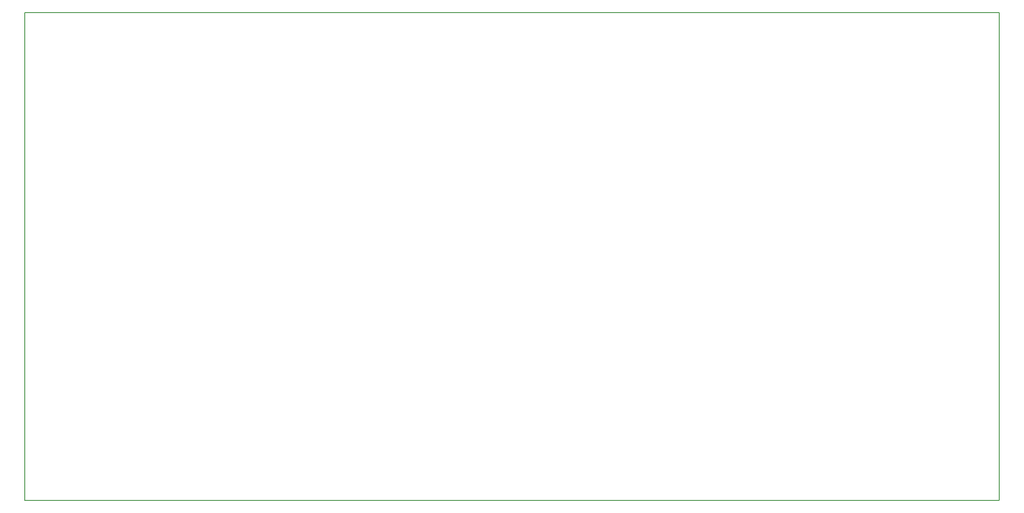
<source format=gko>
G04*
G04 #@! TF.GenerationSoftware,Altium Limited,Altium Designer,23.3.1 (30)*
G04*
G04 Layer_Color=16711935*
%FSLAX25Y25*%
%MOIN*%
G70*
G04*
G04 #@! TF.SameCoordinates,6D9CB1A0-9692-42E5-B266-BE6C9D8843E2*
G04*
G04*
G04 #@! TF.FilePolarity,Positive*
G04*
G01*
G75*
%ADD12C,0.00500*%
D12*
X0Y0D02*
X747836D01*
X748032Y195D01*
Y375000D01*
X0D02*
X748032D01*
X0Y0D02*
Y375000D01*
M02*

</source>
